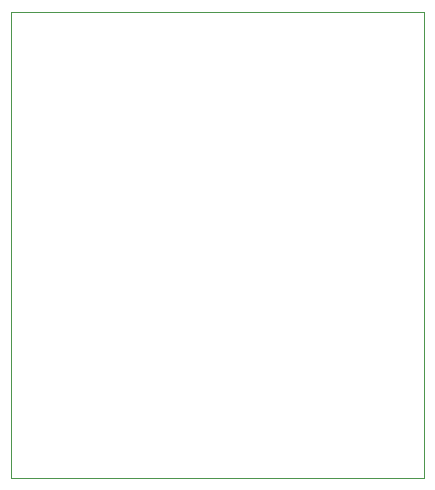
<source format=gbr>
%TF.GenerationSoftware,KiCad,Pcbnew,8.0.5*%
%TF.CreationDate,2024-09-09T20:15:27+02:00*%
%TF.ProjectId,QuinLED-ESP32-Lux,5175696e-4c45-4442-9d45-535033322d4c,rev?*%
%TF.SameCoordinates,Original*%
%TF.FileFunction,Profile,NP*%
%FSLAX46Y46*%
G04 Gerber Fmt 4.6, Leading zero omitted, Abs format (unit mm)*
G04 Created by KiCad (PCBNEW 8.0.5) date 2024-09-09 20:15:27*
%MOMM*%
%LPD*%
G01*
G04 APERTURE LIST*
%TA.AperFunction,Profile*%
%ADD10C,0.100000*%
%TD*%
G04 APERTURE END LIST*
D10*
X124460000Y-61500763D02*
X159460000Y-61500763D01*
X159460000Y-100960000D01*
X124460000Y-100960000D01*
X124460000Y-61500763D01*
M02*

</source>
